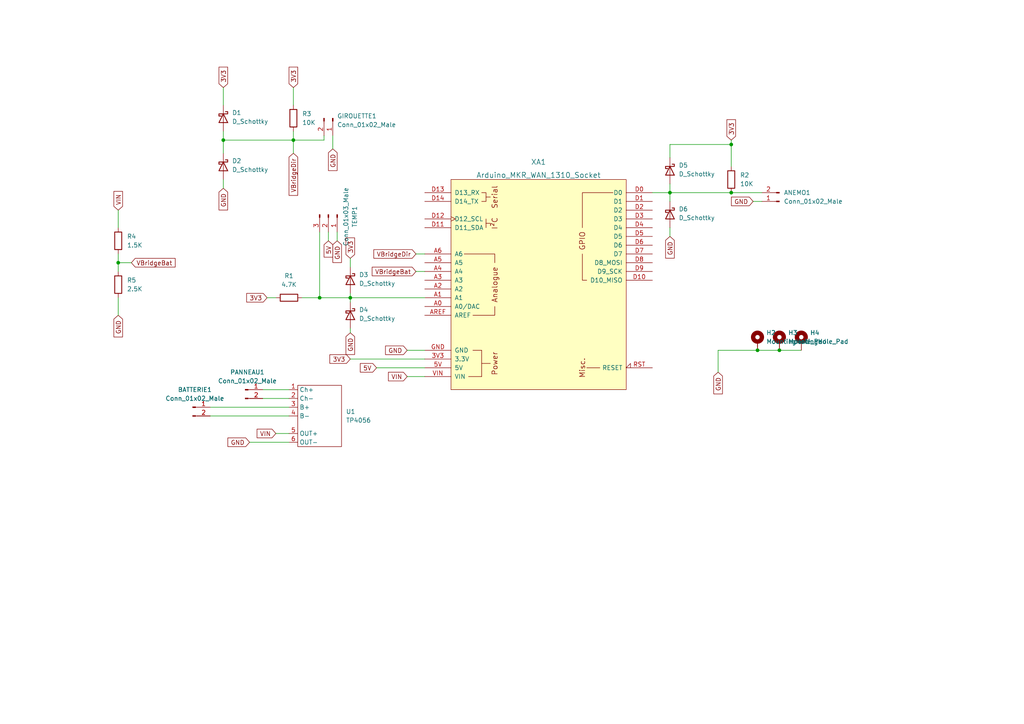
<source format=kicad_sch>
(kicad_sch (version 20211123) (generator eeschema)
  (paper "A4")
  (lib_symbols
    (symbol "Arduino_Library:Arduino_MKR_WAN_1310_Socket" (pin_names (offset 1.016))
      (property "Reference" "XA" (at 2.54 0 90))
      (property "Value" "Arduino_MKR_WAN_1310_Socket" (at -2.54 0 90))
      (symbol "Arduino_MKR_WAN_1310_Socket_0_0"
        (rectangle (start -25.4 30.48) (end 25.4 -30.48) (fill (type background)))
        (rectangle (start -20.32 -26.67) (end -16.51 -26.67))
        (rectangle (start -19.05 -19.05) (end -16.51 -19.05))
        (rectangle (start -16.51 -22.86) (end -13.97 -22.86))
        (polyline (pts (xy -16.51 -19.05) (xy -16.51 -26.67)))
        (polyline (pts (xy -15.24 25.4) (xy -13.97 25.4)))
        (polyline (pts (xy -12.7 -6.35) (xy -12.7 -8.89) (xy -19.05 -8.89)))
        (polyline (pts (xy -12.7 6.35) (xy -12.7 8.89) (xy -21.59 8.89)))
        (polyline (pts (xy 12.7 8.89) (xy 12.7 1.27) (xy 13.97 1.27)))
        (polyline (pts (xy 12.7 16.51) (xy 12.7 26.67) (xy 21.59 26.67)))
        (polyline (pts (xy -16.51 26.67) (xy -15.24 26.67) (xy -15.24 24.13) (xy -16.51 24.13)))
        (rectangle (start 13.97 -24.13) (end 17.78 -24.13))
        (text "Analogue" (at -12.7 0 900) (effects (font (size 1.524 1.524))))
        (text "I²C" (at -12.7 17.78 900) (effects (font (size 1.524 1.524))))
        (text "Misc." (at 12.7 -24.13 900) (effects (font (size 1.524 1.524))))
        (text "Power" (at -12.7 -22.86 900) (effects (font (size 1.524 1.524))))
        (text "Serial" (at -12.7 25.4 900) (effects (font (size 1.524 1.524))))
      )
      (symbol "Arduino_MKR_WAN_1310_Socket_0_1"
        (polyline (pts (xy -15.24 16.51) (xy -15.24 19.05)))
        (polyline (pts (xy -15.24 17.78) (xy -13.97 17.78)))
      )
      (symbol "Arduino_MKR_WAN_1310_Socket_1_0"
        (text "GPIO" (at 12.7 12.7 900) (effects (font (size 1.524 1.524))))
      )
      (symbol "Arduino_MKR_WAN_1310_Socket_1_1"
        (pin power_in line (at -33.02 -21.59 0) (length 7.62) (name "3.3V") (number "3V3"))
        (pin power_in line (at -33.02 -24.13 0) (length 7.62) (name "5V") (number "5V"))
        (pin bidirectional line (at -33.02 -6.35 0) (length 7.62) (name "A0/DAC") (number "A0"))
        (pin bidirectional line (at -33.02 -3.81 0) (length 7.62) (name "A1") (number "A1"))
        (pin bidirectional line (at -33.02 -1.27 0) (length 7.62) (name "A2") (number "A2"))
        (pin bidirectional line (at -33.02 1.27 0) (length 7.62) (name "A3") (number "A3"))
        (pin bidirectional line (at -33.02 3.81 0) (length 7.62) (name "A4") (number "A4"))
        (pin bidirectional line (at -33.02 6.35 0) (length 7.62) (name "A5") (number "A5"))
        (pin bidirectional line (at -33.02 8.89 0) (length 7.62) (name "A6") (number "A6"))
        (pin input line (at -33.02 -8.89 0) (length 7.62) (name "AREF") (number "AREF"))
        (pin bidirectional line (at 33.02 26.67 180) (length 7.62) (name "D0") (number "D0"))
        (pin bidirectional line (at 33.02 24.13 180) (length 7.62) (name "D1") (number "D1"))
        (pin bidirectional line (at 33.02 1.27 180) (length 7.62) (name "D10_MISO") (number "D10"))
        (pin bidirectional line (at -33.02 16.51 0) (length 7.62) (name "D11_SDA") (number "D11"))
        (pin bidirectional clock (at -33.02 19.05 0) (length 7.62) (name "D12_SCL") (number "D12"))
        (pin bidirectional line (at -33.02 26.67 0) (length 7.62) (name "D13_RX") (number "D13"))
        (pin bidirectional line (at -33.02 24.13 0) (length 7.62) (name "D14_TX") (number "D14"))
        (pin bidirectional line (at 33.02 21.59 180) (length 7.62) (name "D2") (number "D2"))
        (pin bidirectional line (at 33.02 19.05 180) (length 7.62) (name "D3") (number "D3"))
        (pin bidirectional line (at 33.02 16.51 180) (length 7.62) (name "D4") (number "D4"))
        (pin bidirectional line (at 33.02 13.97 180) (length 7.62) (name "D5") (number "D5"))
        (pin bidirectional line (at 33.02 11.43 180) (length 7.62) (name "D6") (number "D6"))
        (pin bidirectional line (at 33.02 8.89 180) (length 7.62) (name "D7") (number "D7"))
        (pin bidirectional line (at 33.02 6.35 180) (length 7.62) (name "D8_MOSI") (number "D8"))
        (pin bidirectional line (at 33.02 3.81 180) (length 7.62) (name "D9_SCK") (number "D9"))
        (pin power_in line (at -33.02 -19.05 0) (length 7.62) (name "GND") (number "GND"))
        (pin open_collector input_low (at 33.02 -24.13 180) (length 7.62) (name "RESET") (number "RST"))
        (pin power_in line (at -33.02 -26.67 0) (length 7.62) (name "VIN") (number "VIN"))
      )
    )
    (symbol "Connector:Conn_01x02_Male" (pin_names (offset 1.016) hide)
      (property "Reference" "J" (at 0 2.54 0))
      (property "Value" "Conn_01x02_Male" (at 0 -5.08 0))
      (symbol "Conn_01x02_Male_1_1"
        (polyline (pts (xy 1.27 -2.54) (xy 0.8636 -2.54)) (stroke (width 0.1524)))
        (polyline (pts (xy 1.27 0) (xy 0.8636 0)) (stroke (width 0.1524)))
        (rectangle (start 0.8636 -2.413) (end 0 -2.667) (stroke (width 0.1524)) (fill (type outline)))
        (rectangle (start 0.8636 0.127) (end 0 -0.127) (stroke (width 0.1524)) (fill (type outline)))
        (pin passive line (at 5.08 0 180) (length 3.81) (name "Pin_1") (number "1"))
        (pin passive line (at 5.08 -2.54 180) (length 3.81) (name "Pin_2") (number "2"))
      )
    )
    (symbol "Connector:Conn_01x03_Male" (pin_names (offset 1.016) hide)
      (property "Reference" "J" (at 0 5.08 0))
      (property "Value" "Conn_01x03_Male" (at 0 -5.08 0))
      (symbol "Conn_01x03_Male_1_1"
        (polyline (pts (xy 1.27 -2.54) (xy 0.8636 -2.54)) (stroke (width 0.1524)))
        (polyline (pts (xy 1.27 0) (xy 0.8636 0)) (stroke (width 0.1524)))
        (polyline (pts (xy 1.27 2.54) (xy 0.8636 2.54)) (stroke (width 0.1524)))
        (rectangle (start 0.8636 -2.413) (end 0 -2.667) (stroke (width 0.1524)) (fill (type outline)))
        (rectangle (start 0.8636 0.127) (end 0 -0.127) (stroke (width 0.1524)) (fill (type outline)))
        (rectangle (start 0.8636 2.667) (end 0 2.413) (stroke (width 0.1524)) (fill (type outline)))
        (pin passive line (at 5.08 2.54 180) (length 3.81) (name "Pin_1") (number "1"))
        (pin passive line (at 5.08 0 180) (length 3.81) (name "Pin_2") (number "2"))
        (pin passive line (at 5.08 -2.54 180) (length 3.81) (name "Pin_3") (number "3"))
      )
    )
    (symbol "Device:D_Schottky" (pin_numbers hide) (pin_names (offset 1.016) hide)
      (property "Reference" "D" (at 0 2.54 0))
      (property "Value" "D_Schottky" (at 0 -2.54 0))
      (symbol "D_Schottky_0_1"
        (polyline (pts (xy 1.27 0) (xy -1.27 0)))
        (polyline (pts (xy 1.27 1.27) (xy 1.27 -1.27) (xy -1.27 0) (xy 1.27 1.27)) (stroke (width 0.254)))
        (polyline (pts (xy -1.905 0.635) (xy -1.905 1.27) (xy -1.27 1.27) (xy -1.27 -1.27) (xy -0.635 -1.27) (xy -0.635 -0.635)) (stroke (width 0.254)))
      )
      (symbol "D_Schottky_1_1"
        (pin passive line (at -3.81 0 0) (length 2.54) (name "K") (number "1"))
        (pin passive line (at 3.81 0 180) (length 2.54) (name "A") (number "2"))
      )
    )
    (symbol "Device:R" (pin_numbers hide) (pin_names (offset 0))
      (property "Reference" "R" (at 2.032 0 90))
      (property "Value" "R" (at 0 0 90))
      (symbol "R_0_1"
        (rectangle (start -1.016 -2.54) (end 1.016 2.54) (stroke (width 0.254)))
      )
      (symbol "R_1_1"
        (pin passive line (at 0 3.81 270) (length 1.27) (name "~") (number "1"))
        (pin passive line (at 0 -3.81 90) (length 1.27) (name "~") (number "2"))
      )
    )
    (symbol "Mechanical:MountingHole_Pad" (pin_numbers hide) (pin_names (offset 1.016) hide)
      (property "Reference" "H" (at 0 6.35 0))
      (property "Value" "MountingHole_Pad" (at 0 4.445 0))
      (symbol "MountingHole_Pad_0_1"
        (circle (center 0 1.27) (radius 1.27) (stroke (width 1.27)))
      )
      (symbol "MountingHole_Pad_1_1"
        (pin input line (at 0 -2.54 90) (length 2.54) (name "1") (number "1"))
      )
    )
    (symbol "TP4056:TP4056"
      (property "Reference" "U" (at 1.27 -5.08 0))
      (property "Value" "TP4056" (at 2.54 -2.54 0))
      (symbol "TP4056_0_1"
        (rectangle (start -6.35 6.35) (end 6.35 -11.43))
      )
      (symbol "TP4056_1_1"
        (pin input line (at -8.89 5.08 0) (length 2.54) (name "Ch+") (number "1"))
        (pin input line (at -8.89 2.54 0) (length 2.54) (name "Ch-") (number "2"))
        (pin bidirectional line (at -8.89 0 0) (length 2.54) (name "B+") (number "3"))
        (pin bidirectional line (at -8.89 -2.54 0) (length 2.54) (name "B-") (number "4"))
        (pin output line (at -8.89 -7.62 0) (length 2.54) (name "OUT+") (number "5"))
        (pin output line (at -8.89 -10.16 0) (length 2.54) (name "OUT-") (number "6"))
      )
    )
  )
  (junction (at 226.06 101.6))
  (junction (at 194.31 55.88))
  (junction (at 212.09 41.91))
  (junction (at 219.71 101.6))
  (junction (at 34.29 76.2))
  (junction (at 64.77 40.64))
  (junction (at 212.09 55.88))
  (junction (at 92.71 86.36))
  (junction (at 101.6 86.36))
  (junction (at 85.09 40.64))
  (wire (pts (xy 212.09 41.91) (xy 212.09 48.26)))
  (wire (pts (xy 219.71 101.6) (xy 226.06 101.6)))
  (wire (pts (xy 194.31 55.88) (xy 194.31 58.42)))
  (wire (pts (xy 194.31 41.91) (xy 212.09 41.91)))
  (wire (pts (xy 64.77 40.64) (xy 64.77 44.45)))
  (wire (pts (xy 226.06 101.6) (xy 232.41 101.6)))
  (wire (pts (xy 208.28 107.95) (xy 208.28 101.6)))
  (wire (pts (xy 101.6 74.93) (xy 101.6 77.47)))
  (wire (pts (xy 64.77 25.4) (xy 64.77 30.48)))
  (wire (pts (xy 77.47 86.36) (xy 80.01 86.36)))
  (wire (pts (xy 64.77 40.64) (xy 64.77 38.1)))
  (wire (pts (xy 93.98 40.64) (xy 93.98 39.37)))
  (wire (pts (xy 87.63 86.36) (xy 92.71 86.36)))
  (wire (pts (xy 212.09 55.88) (xy 220.98 55.88)))
  (wire (pts (xy 208.28 101.6) (xy 219.71 101.6)))
  (wire (pts (xy 76.2 113.03) (xy 83.82 113.03)))
  (wire (pts (xy 64.77 40.64) (xy 85.09 40.64)))
  (wire (pts (xy 64.77 52.07) (xy 64.77 54.61)))
  (wire (pts (xy 34.29 60.96) (xy 34.29 66.04)))
  (wire (pts (xy 218.44 58.42) (xy 220.98 58.42)))
  (wire (pts (xy 34.29 76.2) (xy 38.1 76.2)))
  (wire (pts (xy 96.52 39.37) (xy 96.52 43.18)))
  (wire (pts (xy 101.6 86.36) (xy 101.6 87.63)))
  (wire (pts (xy 118.11 109.22) (xy 123.19 109.22)))
  (wire (pts (xy 34.29 86.36) (xy 34.29 91.44)))
  (wire (pts (xy 101.6 104.14) (xy 123.19 104.14)))
  (wire (pts (xy 76.2 115.57) (xy 83.82 115.57)))
  (wire (pts (xy 120.65 78.74) (xy 123.19 78.74)))
  (wire (pts (xy 80.01 125.73) (xy 83.82 125.73)))
  (wire (pts (xy 95.25 67.31) (xy 95.25 69.85)))
  (wire (pts (xy 120.65 73.66) (xy 123.19 73.66)))
  (wire (pts (xy 189.23 55.88) (xy 194.31 55.88)))
  (wire (pts (xy 212.09 40.64) (xy 212.09 41.91)))
  (wire (pts (xy 194.31 53.34) (xy 194.31 55.88)))
  (wire (pts (xy 72.39 128.27) (xy 83.82 128.27)))
  (wire (pts (xy 194.31 66.04) (xy 194.31 68.58)))
  (wire (pts (xy 101.6 86.36) (xy 123.19 86.36)))
  (wire (pts (xy 85.09 40.64) (xy 93.98 40.64)))
  (wire (pts (xy 109.22 106.68) (xy 123.19 106.68)))
  (wire (pts (xy 85.09 40.64) (xy 85.09 44.45)))
  (wire (pts (xy 92.71 67.31) (xy 92.71 86.36)))
  (wire (pts (xy 101.6 85.09) (xy 101.6 86.36)))
  (wire (pts (xy 60.96 120.65) (xy 83.82 120.65)))
  (wire (pts (xy 194.31 45.72) (xy 194.31 41.91)))
  (wire (pts (xy 118.11 101.6) (xy 123.19 101.6)))
  (wire (pts (xy 92.71 86.36) (xy 101.6 86.36)))
  (wire (pts (xy 85.09 38.1) (xy 85.09 40.64)))
  (wire (pts (xy 194.31 55.88) (xy 212.09 55.88)))
  (wire (pts (xy 60.96 118.11) (xy 83.82 118.11)))
  (wire (pts (xy 97.79 67.31) (xy 97.79 69.85)))
  (wire (pts (xy 34.29 73.66) (xy 34.29 76.2)))
  (wire (pts (xy 34.29 76.2) (xy 34.29 78.74)))
  (wire (pts (xy 101.6 95.25) (xy 101.6 96.52)))
  (wire (pts (xy 85.09 25.4) (xy 85.09 30.48)))
  (global_label "VBridgeDir" (shape input) (at 85.09 44.45 270) (property "Intersheet References" "${INTERSHEET_REFS}" (effects hide)))
  (global_label "GND" (shape input) (at 118.11 101.6 180) (property "Intersheet References" "${INTERSHEET_REFS}" (effects hide)))
  (global_label "VBridgeDir" (shape input) (at 120.65 73.66 180) (property "Intersheet References" "${INTERSHEET_REFS}" (effects hide)))
  (global_label "5V" (shape input) (at 109.22 106.68 180) (property "Intersheet References" "${INTERSHEET_REFS}" (effects hide)))
  (global_label "GND" (shape input) (at 72.39 128.27 180) (property "Intersheet References" "${INTERSHEET_REFS}" (effects hide)))
  (global_label "VIN" (shape input) (at 118.11 109.22 180) (property "Intersheet References" "${INTERSHEET_REFS}" (effects hide)))
  (global_label "VBridgeBat" (shape input) (at 38.1 76.2 0) (property "Intersheet References" "${INTERSHEET_REFS}" (effects hide)))
  (global_label "3V3" (shape input) (at 77.47 86.36 180) (property "Intersheet References" "${INTERSHEET_REFS}" (effects hide)))
  (global_label "GND" (shape input) (at 208.28 107.95 270) (property "Intersheet References" "${INTERSHEET_REFS}" (effects hide)))
  (global_label "VIN" (shape input) (at 80.01 125.73 180) (property "Intersheet References" "${INTERSHEET_REFS}" (effects hide)))
  (global_label "3V3" (shape input) (at 101.6 74.93 90) (property "Intersheet References" "${INTERSHEET_REFS}" (effects hide)))
  (global_label "VIN" (shape input) (at 34.29 60.96 90) (property "Intersheet References" "${INTERSHEET_REFS}" (effects hide)))
  (global_label "GND" (shape input) (at 218.44 58.42 180) (property "Intersheet References" "${INTERSHEET_REFS}" (effects hide)))
  (global_label "5V" (shape input) (at 95.25 69.85 270) (property "Intersheet References" "${INTERSHEET_REFS}" (effects hide)))
  (global_label "GND" (shape input) (at 64.77 54.61 270) (property "Intersheet References" "${INTERSHEET_REFS}" (effects hide)))
  (global_label "GND" (shape input) (at 34.29 91.44 270) (property "Intersheet References" "${INTERSHEET_REFS}" (effects hide)))
  (global_label "3V3" (shape input) (at 101.6 104.14 180) (property "Intersheet References" "${INTERSHEET_REFS}" (effects hide)))
  (global_label "GND" (shape input) (at 194.31 68.58 270) (property "Intersheet References" "${INTERSHEET_REFS}" (effects hide)))
  (global_label "3V3" (shape input) (at 64.77 25.4 90) (property "Intersheet References" "${INTERSHEET_REFS}" (effects hide)))
  (global_label "3V3" (shape input) (at 212.09 40.64 90) (property "Intersheet References" "${INTERSHEET_REFS}" (effects hide)))
  (global_label "GND" (shape input) (at 97.79 69.85 270) (property "Intersheet References" "${INTERSHEET_REFS}" (effects hide)))
  (global_label "VBridgeBat" (shape input) (at 120.65 78.74 180) (property "Intersheet References" "${INTERSHEET_REFS}" (effects hide)))
  (global_label "GND" (shape input) (at 101.6 96.52 270) (property "Intersheet References" "${INTERSHEET_REFS}" (effects hide)))
  (global_label "GND" (shape input) (at 96.52 43.18 270) (property "Intersheet References" "${INTERSHEET_REFS}" (effects hide)))
  (global_label "3V3" (shape input) (at 85.09 25.4 90) (property "Intersheet References" "${INTERSHEET_REFS}" (effects hide)))
  (symbol (lib_id "TP4056:TP4056") (at 92.71 118.11 0) (unit 1)
    (property "Reference" "U1" (at 100.33 119.3799 0) (effects (justify left)))
    (property "Value" "TP4056" (at 100.33 121.9199 0) (effects (justify left)))
    (property "Footprint" "TP4056:TP4056" (effects hide))
  )
  (symbol (lib_id "Device:D_Schottky") (at 101.6 91.44 270) (unit 1)
    (property "Reference" "D4" (at 104.14 89.8524 90) (effects (justify left)))
    (property "Value" "D_Schottky" (at 104.14 92.3924 90) (effects (justify left)))
    (property "Footprint" "Diode_THT:D_DO-35_SOD27_P7.62mm_Horizontal" (effects hide))
  )
  (symbol (lib_id "Connector:Conn_01x02_Male") (at 55.88 118.11 0) (unit 1)
    (property "Reference" "BATTERIE1" (at 56.515 113.03 0))
    (property "Value" "Conn_01x02_Male" (at 56.515 115.57 0))
    (property "Footprint" "Connector_JST:JST_XH_B2B-XH-A_1x02_P2.50mm_Vertical" (effects hide))
  )
  (symbol (lib_id "Device:D_Schottky") (at 101.6 81.28 270) (unit 1)
    (property "Reference" "D3" (at 104.14 79.6924 90) (effects (justify left)))
    (property "Value" "D_Schottky" (at 104.14 82.2324 90) (effects (justify left)))
    (property "Footprint" "Diode_THT:D_DO-35_SOD27_P7.62mm_Horizontal" (effects hide))
  )
  (symbol (lib_id "Device:R") (at 34.29 69.85 0) (unit 1)
    (property "Reference" "R4" (at 36.83 68.5799 0) (effects (justify left)))
    (property "Value" "1.5K" (at 36.83 71.1199 0) (effects (justify left)))
    (property "Footprint" "Resistor_THT:R_Axial_DIN0204_L3.6mm_D1.6mm_P7.62mm_Horizontal" (effects hide))
  )
  (symbol (lib_id "Mechanical:MountingHole_Pad") (at 226.06 99.06 0) (unit 1)
    (property "Reference" "H3" (at 228.6 96.5199 0) (effects (justify left)))
    (property "Value" "MountingHole_Pad" (at 228.6 99.0599 0) (effects (justify left)))
    (property "Footprint" "MountingHole:MountingHole_3.2mm_M3_Pad_TopBottom" (effects hide))
  )
  (symbol (lib_id "Connector:Conn_01x02_Male") (at 71.12 113.03 0) (unit 1)
    (property "Reference" "PANNEAU1" (at 71.755 107.95 0))
    (property "Value" "Conn_01x02_Male" (at 71.755 110.49 0))
    (property "Footprint" "Connector_JST:JST_XH_B2B-XH-A_1x02_P2.50mm_Vertical" (effects hide))
  )
  (symbol (lib_id "Device:D_Schottky") (at 194.31 49.53 270) (unit 1)
    (property "Reference" "D5" (at 196.85 47.9424 90) (effects (justify left)))
    (property "Value" "D_Schottky" (at 196.85 50.4824 90) (effects (justify left)))
    (property "Footprint" "Diode_THT:D_DO-35_SOD27_P7.62mm_Horizontal" (effects hide))
  )
  (symbol (lib_id "Device:D_Schottky") (at 64.77 34.29 270) (unit 1)
    (property "Reference" "D1" (at 67.31 32.7024 90) (effects (justify left)))
    (property "Value" "D_Schottky" (at 67.31 35.2424 90) (effects (justify left)))
    (property "Footprint" "Diode_THT:D_DO-35_SOD27_P7.62mm_Horizontal" (effects hide))
  )
  (symbol (lib_id "Connector:Conn_01x02_Male") (at 96.52 34.29 270) (unit 1)
    (property "Reference" "GIROUETTE1" (at 97.79 33.6549 90) (effects (justify left)))
    (property "Value" "Conn_01x02_Male" (at 97.79 36.1949 90) (effects (justify left)))
    (property "Footprint" "Connector_JST:JST_XH_B3B-XH-A_1x03_P2.50mm_Vertical" (effects hide))
  )
  (symbol (lib_id "Connector:Conn_01x03_Male") (at 95.25 62.23 270) (unit 1)
    (property "Reference" "TEMP1" (at 102.87 62.865 0))
    (property "Value" "Conn_01x03_Male" (at 100.33 62.865 0))
    (property "Footprint" "Connector_JST:JST_XH_B3B-XH-A_1x03_P2.50mm_Vertical" (effects hide))
  )
  (symbol (lib_id "Device:R") (at 34.29 82.55 0) (unit 1)
    (property "Reference" "R5" (at 36.83 81.2799 0) (effects (justify left)))
    (property "Value" "2.5K" (at 36.83 83.8199 0) (effects (justify left)))
    (property "Footprint" "Resistor_THT:R_Axial_DIN0204_L3.6mm_D1.6mm_P7.62mm_Horizontal" (effects hide))
  )
  (symbol (lib_id "Device:R") (at 85.09 34.29 0) (unit 1)
    (property "Reference" "R3" (at 87.63 33.0199 0) (effects (justify left)))
    (property "Value" "10K" (at 87.63 35.5599 0) (effects (justify left)))
    (property "Footprint" "Resistor_THT:R_Axial_DIN0204_L3.6mm_D1.6mm_P7.62mm_Horizontal" (effects hide))
  )
  (symbol (lib_id "Mechanical:MountingHole_Pad") (at 232.41 99.06 0) (unit 1)
    (property "Reference" "H4" (at 234.95 96.5199 0) (effects (justify left)))
    (property "Value" "MountingHole_Pad" (effects hide))
    (property "Footprint" "MountingHole:MountingHole_3.2mm_M3_Pad_TopBottom" (effects hide))
  )
  (symbol (lib_id "Arduino_Library:Arduino_MKR_WAN_1310_Socket") (at 156.21 82.55 0) (unit 1)
    (property "Reference" "XA1" (at 156.21 46.99 0) (effects (font (size 1.524 1.524))))
    (property "Value" "Arduino_MKR_WAN_1310_Socket" (at 156.21 50.8 0) (effects (font (size 1.524 1.524))))
    (property "Footprint" "Arduino_Library:Arduino_MKR_FOX_1200_Socket" (effects hide))
    (property "Datasheet" "https://docs.arduino.cc/hardware/mkr-wan-1310" (effects hide))
  )
  (symbol (lib_id "Mechanical:MountingHole_Pad") (at 219.71 99.06 0) (unit 1)
    (property "Reference" "H2" (at 222.25 96.5199 0) (effects (justify left)))
    (property "Value" "MountingHole_Pad" (at 222.25 99.0599 0) (effects (justify left)))
    (property "Footprint" "MountingHole:MountingHole_3.2mm_M3_Pad_TopBottom" (effects hide))
  )
  (symbol (lib_id "Connector:Conn_01x02_Male") (at 226.06 58.42 180) (unit 1)
    (property "Reference" "ANEMO1" (at 227.33 55.8799 0) (effects (justify right)))
    (property "Value" "Conn_01x02_Male" (at 227.33 58.4199 0) (effects (justify right)))
    (property "Footprint" "Connector_JST:JST_XH_B3B-XH-A_1x03_P2.50mm_Vertical" (effects hide))
  )
  (symbol (lib_id "Device:D_Schottky") (at 64.77 48.26 270) (unit 1)
    (property "Reference" "D2" (at 67.31 46.6724 90) (effects (justify left)))
    (property "Value" "D_Schottky" (at 67.31 49.2124 90) (effects (justify left)))
    (property "Footprint" "Diode_THT:D_DO-35_SOD27_P7.62mm_Horizontal" (effects hide))
  )
  (symbol (lib_id "Device:D_Schottky") (at 194.31 62.23 270) (unit 1)
    (property "Reference" "D6" (at 196.85 60.6424 90) (effects (justify left)))
    (property "Value" "D_Schottky" (at 196.85 63.1824 90) (effects (justify left)))
    (property "Footprint" "Diode_THT:D_DO-35_SOD27_P7.62mm_Horizontal" (effects hide))
  )
  (symbol (lib_id "Device:R") (at 83.82 86.36 90) (unit 1)
    (property "Reference" "R1" (at 83.82 80.01 90))
    (property "Value" "4.7K" (at 83.82 82.55 90))
    (property "Footprint" "Resistor_THT:R_Axial_DIN0204_L3.6mm_D1.6mm_P7.62mm_Horizontal" (effects hide))
  )
  (symbol (lib_id "Device:R") (at 212.09 52.07 180) (unit 1)
    (property "Reference" "R2" (at 214.63 50.7999 0) (effects (justify right)))
    (property "Value" "10K" (at 214.63 53.3399 0) (effects (justify right)))
    (property "Footprint" "Resistor_THT:R_Axial_DIN0204_L3.6mm_D1.6mm_P7.62mm_Horizontal" (effects hide))
  )
)
</source>
